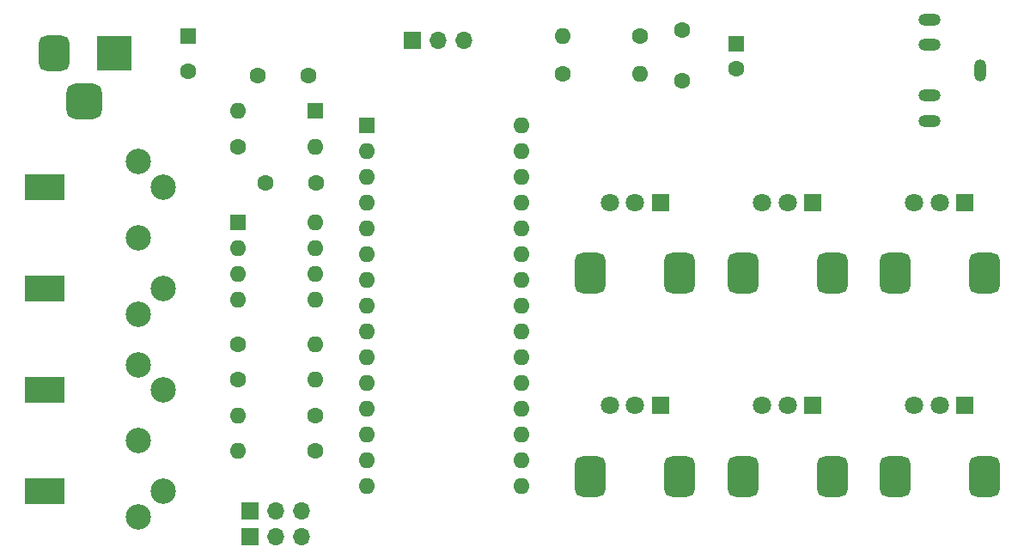
<source format=gbr>
%TF.GenerationSoftware,KiCad,Pcbnew,(6.0.5)*%
%TF.CreationDate,2022-11-11T16:19:05+00:00*%
%TF.ProjectId,NanoMozziExperimentShield,4e616e6f-4d6f-47a7-9a69-457870657269,rev?*%
%TF.SameCoordinates,Original*%
%TF.FileFunction,Soldermask,Top*%
%TF.FilePolarity,Negative*%
%FSLAX46Y46*%
G04 Gerber Fmt 4.6, Leading zero omitted, Abs format (unit mm)*
G04 Created by KiCad (PCBNEW (6.0.5)) date 2022-11-11 16:19:05*
%MOMM*%
%LPD*%
G01*
G04 APERTURE LIST*
G04 Aperture macros list*
%AMRoundRect*
0 Rectangle with rounded corners*
0 $1 Rounding radius*
0 $2 $3 $4 $5 $6 $7 $8 $9 X,Y pos of 4 corners*
0 Add a 4 corners polygon primitive as box body*
4,1,4,$2,$3,$4,$5,$6,$7,$8,$9,$2,$3,0*
0 Add four circle primitives for the rounded corners*
1,1,$1+$1,$2,$3*
1,1,$1+$1,$4,$5*
1,1,$1+$1,$6,$7*
1,1,$1+$1,$8,$9*
0 Add four rect primitives between the rounded corners*
20,1,$1+$1,$2,$3,$4,$5,0*
20,1,$1+$1,$4,$5,$6,$7,0*
20,1,$1+$1,$6,$7,$8,$9,0*
20,1,$1+$1,$8,$9,$2,$3,0*%
G04 Aperture macros list end*
%ADD10R,1.600000X1.600000*%
%ADD11O,1.600000X1.600000*%
%ADD12R,4.000000X2.500000*%
%ADD13C,2.499360*%
%ADD14R,1.700000X1.700000*%
%ADD15O,1.700000X1.700000*%
%ADD16C,1.600000*%
%ADD17R,1.800000X1.800000*%
%ADD18C,1.800000*%
%ADD19RoundRect,0.750000X-0.750000X1.250000X-0.750000X-1.250000X0.750000X-1.250000X0.750000X1.250000X0*%
%ADD20R,3.500000X3.500000*%
%ADD21RoundRect,0.750000X-0.750000X-1.000000X0.750000X-1.000000X0.750000X1.000000X-0.750000X1.000000X0*%
%ADD22RoundRect,0.875000X-0.875000X-0.875000X0.875000X-0.875000X0.875000X0.875000X-0.875000X0.875000X0*%
%ADD23O,2.200000X1.200000*%
%ADD24O,1.200000X2.200000*%
G04 APERTURE END LIST*
D10*
%TO.C,U1*%
X72370000Y-72000000D03*
D11*
X72370000Y-74540000D03*
X72370000Y-77080000D03*
X72370000Y-79620000D03*
X79990000Y-79620000D03*
X79990000Y-77080000D03*
X79990000Y-74540000D03*
X79990000Y-72000000D03*
%TD*%
D12*
%TO.C,OUT1*%
X53302300Y-88498740D03*
X53302300Y-98501260D03*
D13*
X62497200Y-100998080D03*
X62499740Y-93500000D03*
X62497200Y-86001920D03*
X64999100Y-98496180D03*
X64999100Y-88503820D03*
%TD*%
D14*
%TO.C,J1*%
X73500000Y-103000000D03*
D15*
X76040000Y-103000000D03*
X78580000Y-103000000D03*
%TD*%
D16*
%TO.C,R7*%
X104370000Y-57360000D03*
D11*
X111990000Y-57360000D03*
%TD*%
D16*
%TO.C,R1*%
X80000000Y-94500000D03*
D11*
X72380000Y-94500000D03*
%TD*%
D10*
%TO.C,C3*%
X121500000Y-54322375D03*
D16*
X121500000Y-56822375D03*
%TD*%
D17*
%TO.C,RV4*%
X114000000Y-70000000D03*
D18*
X111500000Y-70000000D03*
X109000000Y-70000000D03*
D19*
X115900000Y-77000000D03*
X107100000Y-77000000D03*
%TD*%
D16*
%TO.C,R3*%
X72370000Y-64500000D03*
D11*
X79990000Y-64500000D03*
%TD*%
D16*
%TO.C,C5*%
X79260000Y-57510000D03*
X74260000Y-57510000D03*
%TD*%
D17*
%TO.C,RV1*%
X114000000Y-90000000D03*
D18*
X111500000Y-90000000D03*
X109000000Y-90000000D03*
D19*
X115900000Y-97000000D03*
X107100000Y-97000000D03*
%TD*%
D10*
%TO.C,C4*%
X67470000Y-53567349D03*
D16*
X67470000Y-57067349D03*
%TD*%
D12*
%TO.C,IN1*%
X53302300Y-68498740D03*
X53302300Y-78501260D03*
D13*
X62497200Y-80998080D03*
X62499740Y-73500000D03*
X62497200Y-66001920D03*
X64999100Y-78496180D03*
X64999100Y-68503820D03*
%TD*%
D17*
%TO.C,RV2*%
X129000000Y-90000000D03*
D18*
X126500000Y-90000000D03*
X124000000Y-90000000D03*
D19*
X122100000Y-97000000D03*
X130900000Y-97000000D03*
%TD*%
D14*
%TO.C,J3*%
X89500000Y-54000000D03*
D15*
X92040000Y-54000000D03*
X94580000Y-54000000D03*
%TD*%
D16*
%TO.C,R6*%
X111990000Y-53610000D03*
D11*
X104370000Y-53610000D03*
%TD*%
D17*
%TO.C,RV3*%
X144000000Y-90000000D03*
D18*
X141500000Y-90000000D03*
X139000000Y-90000000D03*
D19*
X137100000Y-97000000D03*
X145900000Y-97000000D03*
%TD*%
D20*
%TO.C,J4*%
X60200000Y-55302500D03*
D21*
X54200000Y-55302500D03*
D22*
X57200000Y-60002500D03*
%TD*%
D16*
%TO.C,R2*%
X80000000Y-91000000D03*
D11*
X72380000Y-91000000D03*
%TD*%
D17*
%TO.C,RV5*%
X129000000Y-70000000D03*
D18*
X126500000Y-70000000D03*
X124000000Y-70000000D03*
D19*
X122100000Y-77000000D03*
X130900000Y-77000000D03*
%TD*%
D10*
%TO.C,D1*%
X80000000Y-61000000D03*
D11*
X72380000Y-61000000D03*
%TD*%
D14*
%TO.C,J2*%
X73500000Y-100460000D03*
D15*
X76040000Y-100460000D03*
X78580000Y-100460000D03*
%TD*%
D17*
%TO.C,RV6*%
X144000000Y-70000000D03*
D18*
X141500000Y-70000000D03*
X139000000Y-70000000D03*
D19*
X137100000Y-77000000D03*
X145900000Y-77000000D03*
%TD*%
D16*
%TO.C,C2*%
X116110000Y-53040000D03*
X116110000Y-58040000D03*
%TD*%
%TO.C,C1*%
X80030000Y-68070000D03*
X75030000Y-68070000D03*
%TD*%
%TO.C,R4*%
X72370000Y-87500000D03*
D11*
X79990000Y-87500000D03*
%TD*%
D10*
%TO.C,A1*%
X85030000Y-62440000D03*
D11*
X85030000Y-64980000D03*
X85030000Y-67520000D03*
X85030000Y-70060000D03*
X85030000Y-72600000D03*
X85030000Y-75140000D03*
X85030000Y-77680000D03*
X85030000Y-80220000D03*
X85030000Y-82760000D03*
X85030000Y-85300000D03*
X85030000Y-87840000D03*
X85030000Y-90380000D03*
X85030000Y-92920000D03*
X85030000Y-95460000D03*
X85030000Y-98000000D03*
X100270000Y-98000000D03*
X100270000Y-95460000D03*
X100270000Y-92920000D03*
X100270000Y-90380000D03*
X100270000Y-87840000D03*
X100270000Y-85300000D03*
X100270000Y-82760000D03*
X100270000Y-80220000D03*
X100270000Y-77680000D03*
X100270000Y-75140000D03*
X100270000Y-72600000D03*
X100270000Y-70060000D03*
X100270000Y-67520000D03*
X100270000Y-64980000D03*
X100270000Y-62440000D03*
%TD*%
D23*
%TO.C,J5*%
X140500000Y-61980000D03*
X140500000Y-59480000D03*
D24*
X145500000Y-56980000D03*
D23*
X140500000Y-51980000D03*
X140500000Y-54480000D03*
%TD*%
D16*
%TO.C,R5*%
X72370000Y-84000000D03*
D11*
X79990000Y-84000000D03*
%TD*%
M02*

</source>
